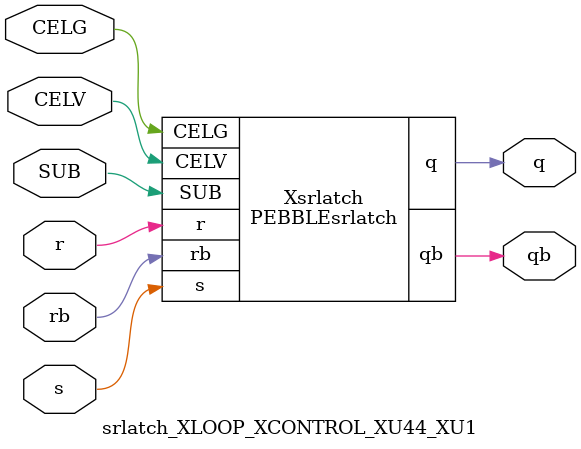
<source format=v>



module PEBBLEsrlatch ( q, qb, CELG, CELV, SUB, r, rb, s );

  input CELV;
  input s;
  output q;
  input rb;
  input r;
  input SUB;
  input CELG;
  output qb;
endmodule

//Celera Confidential Do Not Copy srlatch_XLOOP_XCONTROL_XU44_XU1
//Celera Confidential Symbol Generator
//SR Latch
module srlatch_XLOOP_XCONTROL_XU44_XU1 (CELV,CELG,s,r,rb,q,qb,SUB);
input CELV;
input CELG;
input s;
input r;
input rb;
input SUB;
output q;
output qb;

//Celera Confidential Do Not Copy srlatch
PEBBLEsrlatch Xsrlatch(
.CELV (CELV),
.r (r),
.s (s),
.q (q),
.qb (qb),
.rb (rb),
.SUB (SUB),
.CELG (CELG)
);
//,diesize,PEBBLEsrlatch

//Celera Confidential Do Not Copy Module End
//Celera Schematic Generator
endmodule

</source>
